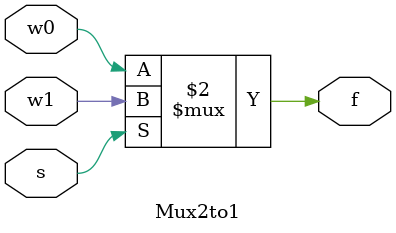
<source format=v>
module Mux2to1 (w0, w1, s, f);
input w0, w1, s;
output f;
reg f;
always @(w0 or w1 or s)
f = s ? w1:w0;
endmodule

</source>
